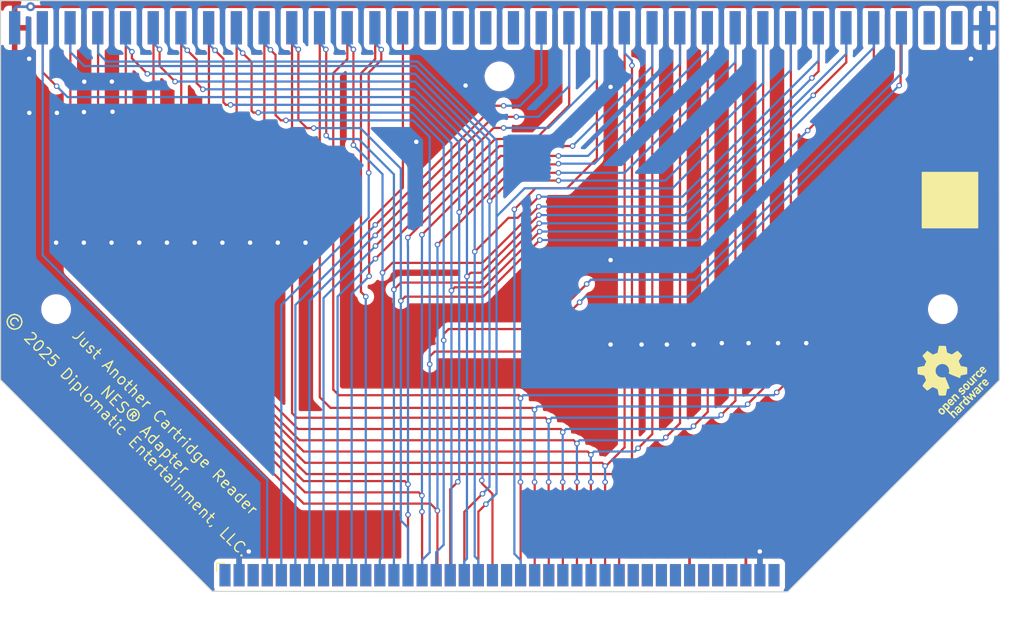
<source format=kicad_pcb>
(kicad_pcb (version 20241229) (generator "pcbnew") (generator_version "9.0")
  (title_block (title "NES Adapter - Just Another Cartridge Reader") (date "2025-10-22") (company "Diplomatic Entertainment, LLC.") (comment 1 "CC BY 4.0"))
  (layers (0 "F.Cu" signal) (2 "B.Cu" signal) (13 "F.Paste" user) (15 "B.Paste" user) (5 "F.SilkS" user "F.Silkscreen") (7 "B.SilkS" user "B.Silkscreen") (1 "F.Mask" user) (3 "B.Mask" user) (25 "Edge.Cuts" user))
  (net 0 "")
  (net 1 "+5V")
  (net 2 "GND")
  (net 3 "D27")
  (net 5 "A0")
  (net 7 "A1")
  (net 9 "A2")
  (net 11 "A3")
  (net 13 "A4")
  (net 15 "A5")
  (net 17 "A6")
  (net 19 "A7")
  (net 21 "A8")
  (net 23 "A9")
  (net 24 "D22")
  (net 25 "A10")
  (net 26 "D23")
  (net 27 "A11")
  (net 28 "D24")
  (net 29 "A12")
  (net 30 "D25")
  (net 31 "A13")
  (net 32 "D26")
  (net 33 "A14")
  (net 34 "A15")
  (net 35 "D28")
  (net 39 "D49")
  (net 40 "D35")
  (net 41 "D48")
  (net 43 "D47")
  (net 45 "D46")
  (net 47 "D45")
  (net 49 "D44")
  (net 51 "D43")
  (net 53 "D42")
  (net 63 "CLK0")
  (footprint "MountingHole:MountingHole_2.2mm_M2_ISO7380" (layer "F.Cu") (at 190 128)
    (property "Reference" "REF**" (hide yes))
    (property "Value" "MountingHole_2.2mm_M2_ISO7380" (hide yes))
  )
  (footprint "MountingHole:MountingHole_2.2mm_M2_ISO7380" (layer "F.Cu") (at 150 107)
    (property "Reference" "REF**" (hide yes))
    (property "Value" "MountingHole_2.2mm_M2_ISO7380" (hide yes))
  )
  (footprint "MountingHole:MountingHole_2.2mm_M2_ISO7380" (layer "F.Cu") (at 110 128)
    (property "Reference" "REF**" (hide yes))
    (property "Value" "MountingHole_2.2mm_M2_ISO7380" (hide yes))
  )
  (footprint "Nintendo:NES_Cartridge_Connector_72PIN_2.5mm_CardEdge" (layer "F.Cu") (at 150.01 102.62 90)
    (property "Reference" "J3" (hide yes))
    (property "Value" "NES_CartidgeSlot")
  )
  (footprint "JLCPCB:2D Barcode 5mm" (layer "F.Cu") (at 190.64 118.16)
    (property "Reference" "BAR***" (hide yes))
    (property "Value" "2D Barcode 5mm")
  )
  (footprint "Symbol:OSHW-Logo_5.7x6mm_SilkScreen" (layer "F.Cu") (at 190.5 134.112 45)
    (property "Reference" "REF**" (hide yes))
    (property "Value" "OSHW-Logo_5.7x6mm_SilkScreen" (hide yes))
  )
  (footprint "DiplomaticEntertainment:JACR Cartridge Connector" (layer "F.Cu") (at 150 150)
    (property "Reference" "J1" (hide yes))
    (property "Value" "JACR CARTRIDGE ADAPTER")
  )
  (gr_line (start 195.071979 100.158342) (end 195.091883 134.408117) (stroke (width 0.1)) (layer "Edge.Cuts"))
  (gr_line (start 104.987117 100.160434) (end 104.987117 134.366162) (stroke (width 0.1)) (layer "Edge.Cuts"))
  (gr_line (start 176 153.5) (end 124.079 153.458045) (stroke (width 0.1)) (layer "Edge.Cuts"))
  (gr_line (start 176 153.5) (end 195.091883 134.408117) (stroke (width 0.1)) (layer "Edge.Cuts"))
  (gr_line (start 124.079 153.458045) (end 104.987117 134.366162) (stroke (width 0.1)) (layer "Edge.Cuts"))
  (gr_line (start 195.067115 100.160434) (end 104.987117 100.160434) (stroke (width 0.1)) (layer "Edge.Cuts"))
  (gr_text "© 2025 Diplomatic Entertainment, LLC." (at 105.156 128.905 315) (layer "F.SilkS") (effects (font (size 1 1) (thickness 0.125)) (justify left bottom)))
  (gr_text "NES^{®} Adapter" (at 113.792 135.509 315) (layer "F.SilkS") (effects (font (size 1 1) (thickness 0.125)) (justify left bottom)))
  (gr_text "Just Another Cartridge Reader" (at 111.252 130.429 315) (layer "F.SilkS") (effects (font (size 1 1) (thickness 0.125)) (justify left bottom)))
  (segment (start 172.225 149.212) (end 193.785 127.652) (width 0.25) (layer "F.Cu") (net 1))
  (segment (start 172.225 152) (end 172.225 149.212) (width 0.25) (layer "F.Cu") (net 1))
  (segment (start 193.785 127.652) (end 193.785 102.616) (width 0.25) (layer "F.Cu") (net 1))
  (segment (start 193.785 102.616) (end 193.669 102.5) (width 0.25) (layer "F.Cu") (net 1))
  (via (at 115 122) (size 0.8) (drill 0.4) (layers "F.Cu" "B.Cu") (net 2))
  (via (at 165.1 131.191) (size 0.8) (drill 0.4) (layers "F.Cu" "B.Cu") (net 2))
  (via (at 122.5 122) (size 0.8) (drill 0.4) (layers "F.Cu" "B.Cu") (net 2))
  (via (at 132.5 122) (size 0.8) (drill 0.4) (layers "F.Cu" "B.Cu") (net 2))
  (via (at 160.02 123.571) (size 0.8) (drill 0.4) (layers "F.Cu" "B.Cu") (net 2))
  (via (at 170.053 131.064) (size 0.8) (drill 0.4) (layers "F.Cu" "B.Cu") (net 2))
  (via (at 175.133 131.064) (size 0.8) (drill 0.4) (layers "F.Cu" "B.Cu") (net 2))
  (via (at 142.494 112.903) (size 0.8) (drill 0.4) (layers "F.Cu" "B.Cu") (net 2))
  (via (at 177.673 131.064) (size 0.8) (drill 0.4) (layers "F.Cu" "B.Cu") (net 2))
  (via (at 117.5 122) (size 0.8) (drill 0.4) (layers "F.Cu" "B.Cu") (net 2))
  (via (at 107.58 110.29) (size 0.8) (drill 0.4) (layers "F.Cu" "B.Cu") (net 2))
  (via (at 172.466 131.064) (size 0.8) (drill 0.4) (layers "F.Cu" "B.Cu") (net 2))
  (via (at 167.513 131.191) (size 0.8) (drill 0.4) (layers "F.Cu" "B.Cu") (net 2))
  (via (at 160.02 131.191) (size 0.8) (drill 0.4) (layers "F.Cu" "B.Cu") (net 2))
  (via (at 110 122) (size 0.8) (drill 0.4) (layers "F.Cu" "B.Cu") (net 2))
  (via (at 107.569 105.41) (size 0.8) (drill 0.4) (layers "F.Cu" "B.Cu") (net 2))
  (via (at 112.5 122) (size 0.8) (drill 0.4) (layers "F.Cu" "B.Cu") (net 2))
  (via (at 127.381 149.86) (size 0.8) (drill 0.4) (layers "F.Cu" "B.Cu") (net 2))
  (via (at 127.5 122) (size 0.8) (drill 0.4) (layers "F.Cu" "B.Cu") (net 2))
  (via (at 120 122) (size 0.8) (drill 0.4) (layers "F.Cu" "B.Cu") (net 2))
  (via (at 146.939 107.823) (size 0.8) (drill 0.4) (layers "F.Cu" "B.Cu") (net 2))
  (via (at 130 122) (size 0.8) (drill 0.4) (layers "F.Cu" "B.Cu") (net 2))
  (via (at 115.03 107.47) (size 0.8) (drill 0.4) (layers "F.Cu" "B.Cu") (net 2))
  (via (at 112.54 107.48) (size 0.8) (drill 0.4) (layers "F.Cu" "B.Cu") (net 2))
  (via (at 125 122) (size 0.8) (drill 0.4) (layers "F.Cu" "B.Cu") (net 2))
  (via (at 160.02 107.95) (size 0.8) (drill 0.4) (layers "F.Cu" "B.Cu") (net 2))
  (via (at 112.51 110.22) (size 0.8) (drill 0.4) (layers "F.Cu" "B.Cu") (net 2))
  (via (at 115.09 110.19) (size 0.8) (drill 0.4) (layers "F.Cu" "B.Cu") (net 2))
  (via (at 192.532 105.41) (size 0.8) (drill 0.4) (layers "F.Cu" "B.Cu") (net 2))
  (via (at 173.482 149.86) (size 0.8) (drill 0.4) (layers "F.Cu" "B.Cu") (net 2))
  (via (at 162.814 131.191) (size 0.8) (drill 0.4) (layers "F.Cu" "B.Cu") (net 2))
  (via (at 110.07 110.29) (size 0.8) (drill 0.4) (layers "F.Cu" "B.Cu") (net 2))
  (segment (start 148.76925 145.59425) (end 148.095 146.2685) (width 0.2) (layer "F.Cu") (net 3))
  (segment (start 148.095 146.2685) (end 148.095 152) (width 0.2) (layer "F.Cu") (net 3))
  (via (at 148.76925 145.59425) (size 0.5) (drill 0.3) (layers "F.Cu" "B.Cu") (net 3))
  (segment (start 176.276 106.426) (end 176.276 102.625) (width 0.2) (layer "B.Cu") (net 3))
  (segment (start 152.273 117.094) (end 165.608 117.094) (width 0.2) (layer "B.Cu") (net 3))
  (segment (start 113.785 104.895) (end 113.785 102.616) (width 0.2) (layer "B.Cu") (net 3))
  (segment (start 149.733 119.634) (end 152.273 117.094) (width 0.2) (layer "B.Cu") (net 3))
  (segment (start 165.608 117.094) (end 176.276 106.426) (width 0.2) (layer "B.Cu") (net 3))
  (segment (start 176.276 102.625) (end 176.285 102.616) (width 0.2) (layer "B.Cu") (net 3))
  (segment (start 149.733 112.776) (end 142.621 105.664) (width 0.2) (layer "B.Cu") (net 3))
  (segment (start 142.621 105.664) (end 114.554 105.664) (width 0.2) (layer "B.Cu") (net 3))
  (segment (start 148.76925 145.59425) (end 149.733 144.6305) (width 0.2) (layer "B.Cu") (net 3))
  (segment (start 114.554 105.664) (end 113.785 104.895) (width 0.2) (layer "B.Cu") (net 3))
  (segment (start 149.733 144.6305) (end 149.733 112.776) (width 0.2) (layer "B.Cu") (net 3))
  (segment (start 108.785 102.616) (end 108.785 123.136) (width 0.2) (layer "B.Cu") (net 5))
  (segment (start 108.785 123.136) (end 129.045 143.396) (width 0.2) (layer "B.Cu") (net 5))
  (segment (start 129.045 143.396) (end 129.045 152) (width 0.2) (layer "B.Cu") (net 5))
  (segment (start 139.333738 105.522262) (end 138.2 106.656) (width 0.2) (layer "F.Cu") (net 7))
  (segment (start 139.333738 104.58424) (end 139.333738 105.522262) (width 0.2) (layer "F.Cu") (net 7))
  (segment (start 138.2 106.656) (end 138.2 115.697) (width 0.2) (layer "F.Cu") (net 7))
  (via (at 138.2 115.697) (size 0.5) (drill 0.3) (layers "F.Cu" "B.Cu") (net 7))
  (via (at 139.333738 104.58424) (size 0.5) (drill 0.3) (layers "F.Cu" "B.Cu") (net 7))
  (segment (start 138.2 115.697) (end 138.2 119.737) (width 0.2) (layer "B.Cu") (net 7))
  (segment (start 138.785 104.035502) (end 138.785 102.616) (width 0.2) (layer "B.Cu") (net 7))
  (segment (start 130.315 127.622) (end 130.315 152) (width 0.2) (layer "B.Cu") (net 7))
  (segment (start 138.2 119.737) (end 130.315 127.622) (width 0.2) (layer "B.Cu") (net 7))
  (segment (start 139.333738 104.58424) (end 138.785 104.035502) (width 0.2) (layer "B.Cu") (net 7))
  (segment (start 138.7895 120.396) (end 138.811 120.396) (width 0.2) (layer "F.Cu") (net 9))
  (segment (start 138.811 120.396) (end 149.558009 109.648991) (width 0.2) (layer "F.Cu") (net 9))
  (segment (start 149.558009 109.648991) (end 150.368 109.648991) (width 0.2) (layer "F.Cu") (net 9))
  (via (at 150.368 109.648991) (size 0.5) (drill 0.3) (layers "F.Cu" "B.Cu") (net 9))
  (via (at 138.7895 120.396) (size 0.5) (drill 0.3) (layers "F.Cu" "B.Cu") (net 9))
  (segment (start 153.785 107.708) (end 153.785 102.616) (width 0.2) (layer "B.Cu") (net 9))
  (segment (start 138.7895 120.396) (end 138.7475 120.438) (width 0.2) (layer "B.Cu") (net 9))
  (segment (start 138.7475 120.438) (end 138.7475 120.4595) (width 0.2) (layer "B.Cu") (net 9))
  (segment (start 138.7475 120.4595) (end 131.585 127.622) (width 0.2) (layer "B.Cu") (net 9))
  (segment (start 151.844009 109.648991) (end 153.785 107.708) (width 0.2) (layer "B.Cu") (net 9))
  (segment (start 131.585 127.622) (end 131.585 152) (width 0.2) (layer "B.Cu") (net 9))
  (segment (start 150.368 109.648991) (end 151.844009 109.648991) (width 0.2) (layer "B.Cu") (net 9))
  (segment (start 138.7895 121.3485) (end 138.7895 121.3065) (width 0.2) (layer "F.Cu") (net 11))
  (segment (start 149.447006 110.648994) (end 151.511 110.648994) (width 0.2) (layer "F.Cu") (net 11))
  (segment (start 138.7895 121.3065) (end 149.447006 110.648994) (width 0.2) (layer "F.Cu") (net 11))
  (via (at 138.7895 121.3485) (size 0.5) (drill 0.3) (layers "F.Cu" "B.Cu") (net 11))
  (via (at 151.511 110.648994) (size 0.5) (drill 0.3) (layers "F.Cu" "B.Cu") (net 11))
  (segment (start 132.855 127.241) (end 132.855 152) (width 0.2) (layer "B.Cu") (net 11))
  (segment (start 156.285 107.875) (end 156.285 102.616) (width 0.2) (layer "B.Cu") (net 11))
  (segment (start 138.7475 121.3485) (end 132.855 127.241) (width 0.2) (layer "B.Cu") (net 11))
  (segment (start 151.511 110.648994) (end 153.511006 110.648994) (width 0.2) (layer "B.Cu") (net 11))
  (segment (start 138.7895 121.3485) (end 138.7475 121.3485) (width 0.2) (layer "B.Cu") (net 11))
  (segment (start 153.511006 110.648994) (end 156.285 107.875) (width 0.2) (layer "B.Cu") (net 11))
  (segment (start 149.463003 111.648997) (end 150.368 111.648997) (width 0.2) (layer "F.Cu") (net 13))
  (segment (start 138.811 122.301) (end 149.463003 111.648997) (width 0.2) (layer "F.Cu") (net 13))
  (via (at 150.368 111.648997) (size 0.5) (drill 0.3) (layers "F.Cu" "B.Cu") (net 13))
  (via (at 138.811 122.301) (size 0.5) (drill 0.3) (layers "F.Cu" "B.Cu") (net 13))
  (segment (start 134.125 126.987) (end 134.125 152) (width 0.2) (layer "B.Cu") (net 13))
  (segment (start 154.416003 111.648997) (end 158.785 107.28) (width 0.2) (layer "B.Cu") (net 13))
  (segment (start 138.811 122.301) (end 134.125 126.987) (width 0.2) (layer "B.Cu") (net 13))
  (segment (start 158.785 107.28) (end 158.785 102.616) (width 0.2) (layer "B.Cu") (net 13))
  (segment (start 150.368 111.648997) (end 154.416003 111.648997) (width 0.2) (layer "B.Cu") (net 13))
  (segment (start 156.285 109.616) (end 156.285 102.616) (width 0.2) (layer "F.Cu") (net 15))
  (segment (start 138.811 123.444) (end 149.606 112.649) (width 0.2) (layer "F.Cu") (net 15))
  (segment (start 153.252 112.649) (end 156.285 109.616) (width 0.2) (layer "F.Cu") (net 15))
  (segment (start 149.606 112.649) (end 153.252 112.649) (width 0.2) (layer "F.Cu") (net 15))
  (via (at 138.811 123.444) (size 0.5) (drill 0.3) (layers "F.Cu" "B.Cu") (net 15))
  (segment (start 138.811 123.444) (end 137.9495 124.3055) (width 0.2) (layer "B.Cu") (net 15))
  (segment (start 137.93878 124.3055) (end 137.5135 124.73078) (width 0.2) (layer "B.Cu") (net 15))
  (segment (start 135.395 126.86) (end 135.395 152) (width 0.2) (layer "B.Cu") (net 15))
  (segment (start 137.5135 124.73078) (end 137.5135 124.7415) (width 0.2) (layer "B.Cu") (net 15))
  (segment (start 137.9495 124.3055) (end 137.93878 124.3055) (width 0.2) (layer "B.Cu") (net 15))
  (segment (start 137.5135 124.7415) (end 135.395 126.86) (width 0.2) (layer "B.Cu") (net 15))
  (segment (start 141.285 117.033) (end 141.285 102.616) (width 0.2) (layer "F.Cu") (net 17))
  (segment (start 138.2395 125.0315) (end 138.2395 120.0785) (width 0.2) (layer "F.Cu") (net 17))
  (segment (start 138.2395 120.0785) (end 141.285 117.033) (width 0.2) (layer "F.Cu") (net 17))
  (via (at 138.2395 125.0315) (size 0.5) (drill 0.3) (layers "F.Cu" "B.Cu") (net 17))
  (segment (start 136.665 126.606) (end 136.665 152) (width 0.2) (layer "B.Cu") (net 17))
  (segment (start 138.2395 125.0315) (end 136.665 126.606) (width 0.2) (layer "B.Cu") (net 17))
  (segment (start 138.785 104.353746) (end 138.785 102.616) (width 0.2) (layer "F.Cu") (net 19))
  (segment (start 137.5 106.721) (end 138.785 105.436) (width 0.2) (layer "F.Cu") (net 19))
  (segment (start 137.5 126.438) (end 137.5 106.721) (width 0.2) (layer "F.Cu") (net 19))
  (segment (start 138.782738 104.812472) (end 138.782738 104.356008) (width 0.2) (layer "F.Cu") (net 19))
  (segment (start 138.782738 104.356008) (end 138.785 104.353746) (width 0.2) (layer "F.Cu") (net 19))
  (segment (start 138.785 105.436) (end 138.785 104.814734) (width 0.2) (layer "F.Cu") (net 19))
  (segment (start 137.935 126.873) (end 137.5 126.438) (width 0.2) (layer "F.Cu") (net 19))
  (segment (start 138.785 104.814734) (end 138.782738 104.812472) (width 0.2) (layer "F.Cu") (net 19))
  (via (at 137.935 126.873) (size 0.5) (drill 0.3) (layers "F.Cu" "B.Cu") (net 19))
  (segment (start 137.935 126.873) (end 137.935 152) (width 0.2) (layer "B.Cu") (net 19))
  (segment (start 178.181 107.1425) (end 178.785 106.5385) (width 0.2) (layer "F.Cu") (net 21))
  (segment (start 139.446 124.714) (end 140.335 123.825) (width 0.2) (layer "F.Cu") (net 21))
  (segment (start 148.463 123.825) (end 153.543 118.745) (width 0.2) (layer "F.Cu") (net 21))
  (segment (start 178.785 106.5385) (end 178.785 102.616) (width 0.2) (layer "F.Cu") (net 21))
  (segment (start 136.821 113.199) (end 136.821 104.566002) (width 0.2) (layer "F.Cu") (net 21))
  (segment (start 140.335 123.825) (end 148.463 123.825) (width 0.2) (layer "F.Cu") (net 21))
  (via (at 153.543 118.745) (size 0.5) (drill 0.3) (layers "F.Cu" "B.Cu") (net 21))
  (via (at 178.181 107.1425) (size 0.5) (drill 0.3) (layers "F.Cu" "B.Cu") (net 21))
  (via (at 136.821 104.566002) (size 0.5) (drill 0.3) (layers "F.Cu" "B.Cu") (net 21))
  (via (at 136.821 113.199) (size 0.5) (drill 0.3) (layers "F.Cu" "B.Cu") (net 21))
  (via (at 139.446 124.714) (size 0.5) (drill 0.3) (layers "F.Cu" "B.Cu") (net 21))
  (segment (start 136.821 113.199) (end 139.446 115.824) (width 0.2) (layer "B.Cu") (net 21))
  (segment (start 139.429768 121.666) (end 139.446 121.666) (width 0.2) (layer "B.Cu") (net 21))
  (segment (start 178.181 107.1425) (end 166.5785 118.745) (width 0.2) (layer "B.Cu") (net 21))
  (segment (start 139.446 150.368) (end 139.205 150.609) (width 0.2) (layer "B.Cu") (net 21))
  (segment (start 166.5785 118.745) (end 153.543 118.745) (width 0.2) (layer "B.Cu") (net 21))
  (segment (start 139.205 150.609) (end 139.205 152) (width 0.2) (layer "B.Cu") (net 21))
  (segment (start 136.285 104.030002) (end 136.285 102.616) (width 0.2) (layer "B.Cu") (net 21))
  (segment (start 139.446 121.649768) (end 139.429768 121.666) (width 0.2) (layer "B.Cu") (net 21))
  (segment (start 139.446 121.666) (end 139.446 150.368) (width 0.2) (layer "B.Cu") (net 21))
  (segment (start 136.821 104.566002) (end 136.285 104.030002) (width 0.2) (layer "B.Cu") (net 21))
  (segment (start 139.446 115.824) (end 139.446 121.649768) (width 0.2) (layer "B.Cu") (net 21))
  (segment (start 148.240636 125.603) (end 141.104 125.603) (width 0.2) (layer "F.Cu") (net 23))
  (segment (start 141.104 125.603) (end 140.469 126.238) (width 0.2) (layer "F.Cu") (net 23))
  (segment (start 181.285 105.735) (end 181.285 102.616) (width 0.2) (layer "F.Cu") (net 23))
  (segment (start 153.584326 120.25931) (end 148.240636 125.603) (width 0.2) (layer "F.Cu") (net 23))
  (segment (start 134.366 104.597002) (end 134.335 104.566002) (width 0.2) (layer "F.Cu") (net 23))
  (segment (start 134.366 112.334) (end 134.366 104.597002) (width 0.2) (layer "F.Cu") (net 23))
  (segment (start 178.308 108.712) (end 181.285 105.735) (width 0.2) (layer "F.Cu") (net 23))
  (via (at 140.469 126.238) (size 0.5) (drill 0.3) (layers "F.Cu" "B.Cu") (net 23))
  (via (at 134.335 104.566002) (size 0.5) (drill 0.3) (layers "F.Cu" "B.Cu") (net 23))
  (via (at 178.308 108.712) (size 0.5) (drill 0.3) (layers "F.Cu" "B.Cu") (net 23))
  (via (at 153.584326 120.25931) (size 0.5) (drill 0.3) (layers "F.Cu" "B.Cu") (net 23))
  (via (at 134.366 112.334) (size 0.5) (drill 0.3) (layers "F.Cu" "B.Cu") (net 23))
  (segment (start 133.785 104.025) (end 133.785 102.616) (width 0.2) (layer "B.Cu") (net 23))
  (segment (start 134.681 112.649) (end 137.287 112.649) (width 0.2) (layer "B.Cu") (net 23))
  (segment (start 166.76069 120.25931) (end 153.584326 120.25931) (width 0.2) (layer "B.Cu") (net 23))
  (segment (start 134.366 112.334) (end 134.681 112.649) (width 0.2) (layer "B.Cu") (net 23))
  (segment (start 178.308 108.712) (end 166.76069 120.25931) (width 0.2) (layer "B.Cu") (net 23))
  (segment (start 140.475 115.837) (end 140.475 152) (width 0.2) (layer "B.Cu") (net 23))
  (segment (start 137.287 112.649) (end 140.475 115.837) (width 0.2) (layer "B.Cu") (net 23))
  (segment (start 134.335 104.566002) (end 134.326002 104.566002) (width 0.2) (layer "B.Cu") (net 23))
  (segment (start 134.326002 104.566002) (end 133.785 104.025) (width 0.2) (layer "B.Cu") (net 23))
  (segment (start 149.987 113.284) (end 141.732 121.539) (width 0.2) (layer "F.Cu") (net 24))
  (segment (start 141.454 143.51) (end 132.334 143.51) (width 0.2) (layer "F.Cu") (net 24))
  (segment (start 132.334 143.51) (end 116.285 127.461) (width 0.2) (layer "F.Cu") (net 24))
  (segment (start 141.745 143.801) (end 141.454 143.51) (width 0.2) (layer "F.Cu") (net 24))
  (segment (start 116.285 127.461) (end 116.285 102.616) (width 0.2) (layer "F.Cu") (net 24))
  (segment (start 156.591 113.284) (end 149.987 113.284) (width 0.2) (layer "F.Cu") (net 24))
  (segment (start 141.745 146.545) (end 141.745 152) (width 0.2) (layer "F.Cu") (net 24))
  (via (at 141.745 146.545) (size 0.5) (drill 0.3) (layers "F.Cu" "B.Cu") (net 24))
  (via (at 141.745 143.801) (size 0.5) (drill 0.3) (layers "F.Cu" "B.Cu") (net 24))
  (via (at 156.591 113.284) (size 0.5) (drill 0.3) (layers "F.Cu" "B.Cu") (net 24))
  (via (at 141.732 121.539) (size 0.5) (drill 0.3) (layers "F.Cu" "B.Cu") (net 24))
  (segment (start 141.732 122.301) (end 141.745 122.314) (width 0.2) (layer "B.Cu") (net 24))
  (segment (start 141.745 143.801) (end 141.745 146.545) (width 0.2) (layer "B.Cu") (net 24))
  (segment (start 163.785 106.09) (end 163.785 102.616) (width 0.2) (layer "B.Cu") (net 24))
  (segment (start 156.591 113.284) (end 163.785 106.09) (width 0.2) (layer "B.Cu") (net 24))
  (segment (start 141.732 121.539) (end 141.732 122.301) (width 0.2) (layer "B.Cu") (net 24))
  (segment (start 141.745 122.314) (end 141.745 143.801) (width 0.2) (layer "B.Cu") (net 24))
  (segment (start 131.854364 104.560624) (end 131.854364 110.899364) (width 0.2) (layer "F.Cu") (net 25))
  (segment (start 183.769 105.918) (end 183.769 102.632) (width 0.2) (layer "F.Cu") (net 25))
  (segment (start 141.478 126.873) (end 141.097 127.254) (width 0.2) (layer "F.Cu") (net 25))
  (segment (start 148.526273 126.873) (end 141.478 126.873) (width 0.2) (layer "F.Cu") (net 25))
  (segment (start 132.621 111.666) (end 133.235 111.666) (width 0.2) (layer "F.Cu") (net 25))
  (segment (start 177.8 111.887) (end 183.769 105.918) (width 0.2) (layer "F.Cu") (net 25))
  (segment (start 183.769 102.632) (end 183.785 102.616) (width 0.2) (layer "F.Cu") (net 25))
  (segment (start 131.854364 110.899364) (end 132.621 111.666) (width 0.2) (layer "F.Cu") (net 25))
  (segment (start 153.635946 121.763327) (end 148.526273 126.873) (width 0.2) (layer "F.Cu") (net 25))
  (via (at 153.635946 121.763327) (size 0.5) (drill 0.3) (layers "F.Cu" "B.Cu") (net 25))
  (via (at 141.097 127.254) (size 0.5) (drill 0.3) (layers "F.Cu" "B.Cu") (net 25))
  (via (at 133.235 111.666) (size 0.5) (drill 0.3) (layers "F.Cu" "B.Cu") (net 25))
  (via (at 177.8 111.887) (size 0.5) (drill 0.3) (layers "F.Cu" "B.Cu") (net 25))
  (via (at 131.854364 104.560624) (size 0.5) (drill 0.3) (layers "F.Cu" "B.Cu") (net 25))
  (segment (start 131.854364 104.560624) (end 131.780624 104.560624) (width 0.2) (layer "B.Cu") (net 25))
  (segment (start 137.447 111.666) (end 141.097 115.316) (width 0.2) (layer "B.Cu") (net 25))
  (segment (start 177.8 111.887) (end 167.923673 121.763327) (width 0.2) (layer "B.Cu") (net 25))
  (segment (start 141.097 147.066) (end 141.745 147.714) (width 0.2) (layer "B.Cu") (net 25))
  (segment (start 133.235 111.666) (end 137.447 111.666) (width 0.2) (layer "B.Cu") (net 25))
  (segment (start 131.285 104.065) (end 131.285 102.616) (width 0.2) (layer "B.Cu") (net 25))
  (segment (start 141.745 147.714) (end 141.745 152) (width 0.2) (layer "B.Cu") (net 25))
  (segment (start 131.780624 104.560624) (end 131.285 104.065) (width 0.2) (layer "B.Cu") (net 25))
  (segment (start 141.097 115.316) (end 141.097 147.066) (width 0.2) (layer "B.Cu") (net 25))
  (segment (start 167.923673 121.763327) (end 153.635946 121.763327) (width 0.2) (layer "B.Cu") (net 25))
  (segment (start 143.015 146.28) (end 143.002 146.267) (width 0.2) (layer "F.Cu") (net 26))
  (segment (start 132.461 144.526) (end 113.785 125.85) (width 0.2) (layer "F.Cu") (net 26))
  (segment (start 155.321 114.173) (end 150.114 114.173) (width 0.2) (layer "F.Cu") (net 26))
  (segment (start 143.002 144.817) (end 142.711 144.526) (width 0.2) (layer "F.Cu") (net 26))
  (segment (start 150.114 114.173) (end 143.002 121.285) (width 0.2) (layer "F.Cu") (net 26))
  (segment (start 142.711 144.526) (end 132.461 144.526) (width 0.2) (layer "F.Cu") (net 26))
  (segment (start 143.015 152) (end 143.015 146.28) (width 0.2) (layer "F.Cu") (net 26))
  (segment (start 113.785 125.85) (end 113.785 102.616) (width 0.2) (layer "F.Cu") (net 26))
  (via (at 143.002 146.267) (size 0.5) (drill 0.3) (layers "F.Cu" "B.Cu") (net 26))
  (via (at 143.002 121.285) (size 0.5) (drill 0.3) (layers "F.Cu" "B.Cu") (net 26))
  (via (at 143.002 144.817) (size 0.5) (drill 0.3) (layers "F.Cu" "B.Cu") (net 26))
  (via (at 155.321 114.173) (size 0.5) (drill 0.3) (layers "F.Cu" "B.Cu") (net 26))
  (segment (start 166.285 105.876) (end 166.285 102.616) (width 0.2) (layer "B.Cu") (net 26))
  (segment (start 143.002 144.817) (end 143.002 121.285) (width 0.2) (layer "B.Cu") (net 26))
  (segment (start 143.002 144.817) (end 143.002 146.267) (width 0.2) (layer "B.Cu") (net 26))
  (segment (start 155.321 114.173) (end 157.988 114.173) (width 0.2) (layer "B.Cu") (net 26))
  (segment (start 157.988 114.173) (end 166.285 105.876) (width 0.2) (layer "B.Cu") (net 26))
  (segment (start 157.226 127.381) (end 152.781 131.826) (width 0.2) (layer "F.Cu") (net 27))
  (segment (start 129.335 104.600002) (end 129.794 105.059002) (width 0.2) (layer "F.Cu") (net 27))
  (segment (start 129.794 110.49) (end 130.27 110.966) (width 0.2) (layer "F.Cu") (net 27))
  (segment (start 144.145 131.826) (end 143.702 132.269) (width 0.2) (layer "F.Cu") (net 27))
  (segment (start 186.055 107.823) (end 186.182 107.696) (width 0.2) (layer "F.Cu") (net 27))
  (segment (start 152.781 131.826) (end 144.145 131.826) (width 0.2) (layer "F.Cu") (net 27))
  (segment (start 129.794 105.059002) (end 129.794 110.49) (width 0.2) (layer "F.Cu") (net 27))
  (segment (start 130.27 110.966) (end 130.735 110.966) (width 0.2) (layer "F.Cu") (net 27))
  (segment (start 186.182 107.696) (end 186.182 102.513) (width 0.2) (layer "F.Cu") (net 27))
  (segment (start 143.702 132.269) (end 143.702 132.969) (width 0.2) (layer "F.Cu") (net 27))
  (segment (start 186.182 102.513) (end 186.169 102.5) (width 0.2) (layer "F.Cu") (net 27))
  (via (at 143.702 132.969) (size 0.5) (drill 0.3) (layers "F.Cu" "B.Cu") (net 27))
  (via (at 129.335 104.600002) (size 0.5) (drill 0.3) (layers "F.Cu" "B.Cu") (net 27))
  (via (at 157.226 127.381) (size 0.5) (drill 0.3) (layers "F.Cu" "B.Cu") (net 27))
  (via (at 186.055 107.823) (size 0.5) (drill 0.3) (layers "F.Cu" "B.Cu") (net 27))
  (via (at 130.735 110.966) (size 0.5) (drill 0.3) (layers "F.Cu" "B.Cu") (net 27))
  (segment (start 129.335 104.600002) (end 128.785 104.050002) (width 0.2) (layer "B.Cu") (net 27))
  (segment (start 130.735 110.966) (end 142.208 110.966) (width 0.2) (layer "B.Cu") (net 27))
  (segment (start 143.015 150.635) (end 143.015 152) (width 0.2) (layer "B.Cu") (net 27))
  (segment (start 143.702 112.46) (end 143.702 132.969) (width 0.2) (layer "B.Cu") (net 27))
  (segment (start 157.734 126.873) (end 167.005 126.873) (width 0.2) (layer "B.Cu") (net 27))
  (segment (start 142.208 110.966) (end 143.702 112.46) (width 0.2) (layer "B.Cu") (net 27))
  (segment (start 128.785 104.050002) (end 128.785 102.616) (width 0.2) (layer "B.Cu") (net 27))
  (segment (start 157.226 127.381) (end 157.734 126.873) (width 0.2) (layer "B.Cu") (net 27))
  (segment (start 143.702 149.948) (end 143.015 150.635) (width 0.2) (layer "B.Cu") (net 27))
  (segment (start 143.702 132.969) (end 143.702 149.948) (width 0.2) (layer "B.Cu") (net 27))
  (segment (start 167.005 126.873) (end 186.055 107.823) (width 0.2) (layer "B.Cu") (net 27))
  (segment (start 144.285 152) (end 144.399 151.886) (width 0.2) (layer "F.Cu") (net 28))
  (segment (start 143.764 145.542) (end 132.334 145.542) (width 0.2) (layer "F.Cu") (net 28))
  (segment (start 111.285 124.493) (end 111.285 102.616) (width 0.2) (layer "F.Cu") (net 28))
  (segment (start 132.334 145.542) (end 111.285 124.493) (width 0.2) (layer "F.Cu") (net 28))
  (segment (start 144.403 122.174) (end 150.88 115.697) (width 0.2) (layer "F.Cu") (net 28))
  (segment (start 144.399 151.886) (end 144.399 146.177) (width 0.2) (layer "F.Cu") (net 28))
  (segment (start 150.88 115.697) (end 155.321 115.697) (width 0.2) (layer "F.Cu") (net 28))
  (segment (start 144.399 146.177) (end 143.764 145.542) (width 0.2) (layer "F.Cu") (net 28))
  (via (at 155.321 115.697) (size 0.5) (drill 0.3) (layers "F.Cu" "B.Cu") (net 28))
  (via (at 144.403 122.174) (size 0.5) (drill 0.3) (layers "F.Cu" "B.Cu") (net 28))
  (via (at 144.399 146.177) (size 0.5) (drill 0.3) (layers "F.Cu" "B.Cu") (net 28))
  (segment (start 144.403 146.173) (end 144.399 146.177) (width 0.2) (layer "B.Cu") (net 28))
  (segment (start 161.29 115.697) (end 171.285 105.702) (width 0.2) (layer "B.Cu") (net 28))
  (segment (start 155.321 115.697) (end 161.29 115.697) (width 0.2) (layer "B.Cu") (net 28))
  (segment (start 144.403 122.174) (end 144.403 146.173) (width 0.2) (layer "B.Cu") (net 28))
  (segment (start 171.285 105.702) (end 171.285 102.616) (width 0.2) (layer "B.Cu") (net 28))
  (segment (start 127.635 110.109) (end 127.792 110.266) (width 0.2) (layer "F.Cu") (net 29))
  (segment (start 127.635 105.702) (end 127.635 110.109) (width 0.2) (layer "F.Cu") (net 29))
  (segment (start 145.415 129.794) (end 144.963 130.246) (width 0.2) (layer "F.Cu") (net 29))
  (segment (start 144.963 130.246) (end 144.963 130.81) (width 0.2) (layer "F.Cu") (net 29))
  (segment (start 157.861 125.73) (end 153.797 129.794) (width 0.2) (layer "F.Cu") (net 29))
  (segment (start 126.835 104.902) (end 127.635 105.702) (width 0.2) (layer "F.Cu") (net 29))
  (segment (start 127.792 110.266) (end 128.235 110.266) (width 0.2) (layer "F.Cu") (net 29))
  (segment (start 153.797 129.794) (end 145.415 129.794) (width 0.2) (layer "F.Cu") (net 29))
  (via (at 126.835 104.902) (size 0.5) (drill 0.3) (layers "F.Cu" "B.Cu") (net 29))
  (via (at 128.235 110.266) (size 0.5) (drill 0.3) (layers "F.Cu" "B.Cu") (net 29))
  (via (at 157.861 125.73) (size 0.5) (drill 0.3) (layers "F.Cu" "B.Cu") (net 29))
  (via (at 144.963 130.81) (size 0.5) (drill 0.3) (layers "F.Cu" "B.Cu") (net 29))
  (segment (start 129.591364 110.266) (end 142.143 110.266) (width 0.2) (layer "B.Cu") (net 29))
  (segment (start 144.963 149.2541) (end 144.285 149.9321) (width 0.2) (layer "B.Cu") (net 29))
  (segment (start 126.746 104.775) (end 126.285 104.314) (width 0.2) (layer "B.Cu") (net 29))
  (segment (start 129.009636 110.265) (end 129.590364 110.265) (width 0.2) (layer "B.Cu") (net 29))
  (segment (start 167.64 125.349) (end 186.285 106.704) (width 0.2) (layer "B.Cu") (net 29))
  (segment (start 126.746 104.813) (end 126.746 104.775) (width 0.2) (layer "B.Cu") (net 29))
  (segment (start 157.861 125.73) (end 158.242 125.349) (width 0.2) (layer "B.Cu") (net 29))
  (segment (start 129.590364 110.265) (end 129.591364 110.266) (width 0.2) (layer "B.Cu") (net 29))
  (segment (start 158.242 125.349) (end 167.64 125.349) (width 0.2) (layer "B.Cu") (net 29))
  (segment (start 144.285 149.9321) (end 144.285 152) (width 0.2) (layer "B.Cu") (net 29))
  (segment (start 128.235 110.266) (end 129.008636 110.266) (width 0.2) (layer "B.Cu") (net 29))
  (segment (start 186.285 106.704) (end 186.285 102.616) (width 0.2) (layer "B.Cu") (net 29))
  (segment (start 126.835 104.902) (end 126.746 104.813) (width 0.2) (layer "B.Cu") (net 29))
  (segment (start 142.143 110.266) (end 144.963 113.086) (width 0.2) (layer "B.Cu") (net 29))
  (segment (start 144.963 130.81) (end 144.963 149.2541) (width 0.2) (layer "B.Cu") (net 29))
  (segment (start 129.008636 110.266) (end 129.009636 110.265) (width 0.2) (layer "B.Cu") (net 29))
  (segment (start 144.963 113.086) (end 144.963 130.81) (width 0.2) (layer "B.Cu") (net 29))
  (segment (start 126.285 104.314) (end 126.285 102.616) (width 0.2) (layer "B.Cu") (net 29))
  (segment (start 108.785 106.626) (end 108.785 102.616) (width 0.2) (layer "F.Cu") (net 30))
  (segment (start 155.259003 114.935) (end 150.681 114.935) (width 0.2) (layer "F.Cu") (net 30))
  (segment (start 145.555 144.259) (end 145.555 152) (width 0.2) (layer "F.Cu") (net 30))
  (segment (start 155.321 114.873003) (end 155.259003 114.935) (width 0.2) (layer "F.Cu") (net 30))
  (segment (start 146.240238 143.573238) (end 145.930647 143.882829) (width 0.2) (layer "F.Cu") (net 30))
  (segment (start 145.930647 143.882829) (end 145.930647 143.883353) (width 0.2) (layer "F.Cu") (net 30))
  (segment (start 145.930647 143.883353) (end 145.555 144.259) (width 0.2) (layer "F.Cu") (net 30))
  (segment (start 110.0455 107.8865) (end 108.785 106.626) (width 0.2) (layer "F.Cu") (net 30))
  (segment (start 150.681 114.935) (end 146.363 119.253) (width 0.2) (layer "F.Cu") (net 30))
  (via (at 146.240238 143.573238) (size 0.5) (drill 0.3) (layers "F.Cu" "B.Cu") (net 30))
  (via (at 146.363 119.253) (size 0.5) (drill 0.3) (layers "F.Cu" "B.Cu") (net 30))
  (via (at 110.0455 107.8865) (size 0.5) (drill 0.3) (layers "F.Cu" "B.Cu") (net 30))
  (via (at 155.321 114.873003) (size 0.5) (drill 0.3) (layers "F.Cu" "B.Cu") (net 30))
  (segment (start 110.0455 107.8865) (end 111.025 108.866) (width 0.2) (layer "B.Cu") (net 30))
  (segment (start 155.321 114.873003) (end 158.557997 114.873003) (width 0.2) (layer "B.Cu") (net 30))
  (segment (start 111.025 108.866) (end 142.267 108.866) (width 0.2) (layer "B.Cu") (net 30))
  (segment (start 146.363 112.962) (end 146.363 119.253) (width 0.2) (layer "B.Cu") (net 30))
  (segment (start 158.557997 114.873003) (end 168.785 104.646) (width 0.2) (layer "B.Cu") (net 30))
  (segment (start 168.785 104.646) (end 168.785 102.616) (width 0.2) (layer "B.Cu") (net 30))
  (segment (start 146.363 143.450476) (end 146.240238 143.573238) (width 0.2) (layer "B.Cu") (net 30))
  (segment (start 142.267 108.866) (end 146.363 112.962) (width 0.2) (layer "B.Cu") (net 30))
  (segment (start 146.363 119.253) (end 146.363 143.450476) (width 0.2) (layer "B.Cu") (net 30))
  (segment (start 145.96 126.026) (end 148.595455 126.026) (width 0.2) (layer "F.Cu") (net 31))
  (segment (start 125.095 105.408) (end 125.095 109.347) (width 0.2) (layer "F.Cu") (net 31))
  (segment (start 125.095 109.347) (end 125.314 109.566) (width 0.2) (layer "F.Cu") (net 31))
  (segment (start 124.335 104.648) (end 125.095 105.408) (width 0.2) (layer "F.Cu") (net 31))
  (segment (start 148.595455 126.026) (end 153.623403 120.998052) (width 0.2) (layer "F.Cu") (net 31))
  (segment (start 125.314 109.566) (end 125.735 109.566) (width 0.2) (layer "F.Cu") (net 31))
  (segment (start 145.663 126.323) (end 145.96 126.026) (width 0.2) (layer "F.Cu") (net 31))
  (via (at 125.735 109.566) (size 0.5) (drill 0.3) (layers "F.Cu" "B.Cu") (net 31))
  (via (at 124.335 104.648) (size 0.5) (drill 0.3) (layers "F.Cu" "B.Cu") (net 31))
  (via (at 145.663 126.323) (size 0.5) (drill 0.3) (layers "F.Cu" "B.Cu") (net 31))
  (via (at 153.623403 120.998052) (size 0.5) (drill 0.3) (layers "F.Cu" "B.Cu") (net 31))
  (segment (start 145.664 127.255) (end 145.664 151.891) (width 0.2) (layer "B.Cu") (net 31))
  (segment (start 145.663 127.254) (end 145.664 127.255) (width 0.2) (layer "B.Cu") (net 31))
  (segment (start 123.785 104.1) (end 123.785 102.616) (width 0.2) (layer "B.Cu") (net 31))
  (segment (start 126.509636 109.565) (end 127.090364 109.565) (width 0.2) (layer "B.Cu") (net 31))
  (segment (start 167.164948 120.998052) (end 183.785 104.378) (width 0.2) (layer "B.Cu") (net 31))
  (segment (start 145.664 151.891) (end 145.555 152) (width 0.2) (layer "B.Cu") (net 31))
  (segment (start 153.623403 120.998052) (end 167.164948 120.998052) (width 0.2) (layer "B.Cu") (net 31))
  (segment (start 125.735 109.566) (end 126.508636 109.566) (width 0.2) (layer "B.Cu") (net 31))
  (segment (start 124.335 104.648) (end 124.333 104.648) (width 0.2) (layer "B.Cu") (net 31))
  (segment (start 145.663 113.024) (end 145.663 126.323) (width 0.2) (layer "B.Cu") (net 31))
  (segment (start 124.333 104.648) (end 123.785 104.1) (width 0.2) (layer "B.Cu") (net 31))
  (segment (start 127.090364 109.565) (end 127.091364 109.566) (width 0.2) (layer "B.Cu") (net 31))
  (segment (start 145.663 126.323) (end 145.663 127.254) (width 0.2) (layer "B.Cu") (net 31))
  (segment (start 183.785 104.378) (end 183.785 102.616) (width 0.2) (layer "B.Cu") (net 31))
  (segment (start 142.205 109.566) (end 145.663 113.024) (width 0.2) (layer "B.Cu") (net 31))
  (segment (start 126.508636 109.566) (end 126.509636 109.565) (width 0.2) (layer "B.Cu") (net 31))
  (segment (start 127.091364 109.566) (end 142.205 109.566) (width 0.2) (layer "B.Cu") (net 31))
  (segment (start 148.463 144.653) (end 146.825 146.291) (width 0.2) (layer "F.Cu") (net 32))
  (segment (start 146.825 146.291) (end 146.825 152) (width 0.2) (layer "F.Cu") (net 32))
  (segment (start 149.107909 118.246909) (end 150.957815 116.397003) (width 0.2) (layer "F.Cu") (net 32))
  (segment (start 150.957815 116.397003) (end 155.321 116.397003) (width 0.2) (layer "F.Cu") (net 32))
  (via (at 148.463 144.653) (size 0.5) (drill 0.3) (layers "F.Cu" "B.Cu") (net 32))
  (via (at 149.107909 118.246909) (size 0.5) (drill 0.3) (layers "F.Cu" "B.Cu") (net 32))
  (via (at 155.321 116.397003) (size 0.5) (drill 0.3) (layers "F.Cu" "B.Cu") (net 32))
  (segment (start 164.975897 116.397003) (end 173.785 107.5879) (width 0.2) (layer "B.Cu") (net 32))
  (segment (start 148.463 144.653) (end 149.098 144.018) (width 0.2) (layer "B.Cu") (net 32))
  (segment (start 173.785 107.5879) (end 173.785 102.616) (width 0.2) (layer "B.Cu") (net 32))
  (segment (start 155.321 116.397003) (end 164.975897 116.397003) (width 0.2) (layer "B.Cu") (net 32))
  (segment (start 112.542 106.065) (end 111.285 104.808) (width 0.2) (layer "B.Cu") (net 32))
  (segment (start 149.098 112.776) (end 142.387 106.065) (width 0.2) (layer "B.Cu") (net 32))
  (segment (start 111.285 104.808) (end 111.285 102.616) (width 0.2) (layer "B.Cu") (net 32))
  (segment (start 149.098 144.018) (end 149.098 112.776) (width 0.2) (layer "B.Cu") (net 32))
  (segment (start 142.387 106.065) (end 112.542 106.065) (width 0.2) (layer "B.Cu") (net 32))
  (segment (start 122.682 105.495) (end 122.682 107.612) (width 0.2) (layer "F.Cu") (net 33))
  (segment (start 122.682 107.612) (end 123.235 108.165) (width 0.2) (layer "F.Cu") (net 33))
  (segment (start 147.063 125.053) (end 147.402 124.714) (width 0.2) (layer "F.Cu") (net 33))
  (segment (start 148.351818 124.714) (end 153.550909 119.514909) (width 0.2) (layer "F.Cu") (net 33))
  (segment (start 147.402 124.714) (end 148.351818 124.714) (width 0.2) (layer "F.Cu") (net 33))
  (segment (start 121.835 104.648) (end 122.682 105.495) (width 0.2) (layer "F.Cu") (net 33))
  (via (at 121.835 104.648) (size 0.5) (drill 0.3) (layers "F.Cu" "B.Cu") (net 33))
  (via (at 147.063 125.053) (size 0.5) (drill 0.3) (layers "F.Cu" "B.Cu") (net 33))
  (via (at 123.235 108.165) (size 0.5) (drill 0.3) (layers "F.Cu" "B.Cu") (net 33))
  (via (at 153.550909 119.514909) (size 0.5) (drill 0.3) (layers "F.Cu" "B.Cu") (net 33))
  (segment (start 147.063 112.9) (end 147.063 125.053) (width 0.2) (layer "B.Cu") (net 33))
  (segment (start 142.328 108.165) (end 147.063 112.9) (width 0.2) (layer "B.Cu") (net 33))
  (segment (start 166.725859 119.514909) (end 181.285 104.955768) (width 0.2) (layer "B.Cu") (net 33))
  (segment (start 147.063 125.053) (end 147.063 150.508) (width 0.2) (layer "B.Cu") (net 33))
  (segment (start 123.235 108.165) (end 142.328 108.165) (width 0.2) (layer "B.Cu") (net 33))
  (segment (start 181.285 104.955768) (end 181.285 102.616) (width 0.2) (layer "B.Cu") (net 33))
  (segment (start 121.835 104.648) (end 121.285 104.098) (width 0.2) (layer "B.Cu") (net 33))
  (segment (start 147.063 150.508) (end 146.825 150.746) (width 0.2) (layer "B.Cu") (net 33))
  (segment (start 146.825 150.746) (end 146.825 152) (width 0.2) (layer "B.Cu") (net 33))
  (segment (start 121.285 104.098) (end 121.285 102.616) (width 0.2) (layer "B.Cu") (net 33))
  (segment (start 153.550909 119.514909) (end 166.725859 119.514909) (width 0.2) (layer "B.Cu") (net 33))
  (segment (start 147.763 122.809) (end 150.811 119.761) (width 0.2) (layer "F.Cu") (net 34))
  (segment (start 150.811 119.761) (end 151.638 119.761) (width 0.2) (layer "F.Cu") (net 34))
  (segment (start 151.638 119.761) (end 153.543 117.856) (width 0.2) (layer "F.Cu") (net 34))
  (segment (start 119.335 106.065) (end 120.735 107.465) (width 0.2) (layer "F.Cu") (net 34))
  (segment (start 119.335 104.566002) (end 119.335 106.065) (width 0.2) (layer "F.Cu") (net 34))
  (via (at 147.763 122.809) (size 0.5) (drill 0.3) (layers "F.Cu" "B.Cu") (net 34))
  (via (at 119.335 104.566002) (size 0.5) (drill 0.3) (layers "F.Cu" "B.Cu") (net 34))
  (via (at 120.735 107.465) (size 0.5) (drill 0.3) (layers "F.Cu" "B.Cu") (net 34))
  (via (at 153.543 117.856) (size 0.5) (drill 0.3) (layers "F.Cu" "B.Cu") (net 34))
  (segment (start 120.735 107.465) (end 142.39 107.465) (width 0.2) (layer "B.Cu") (net 34))
  (segment (start 153.543 117.856) (end 166.497 117.856) (width 0.2) (layer "B.Cu") (net 34))
  (segment (start 119.335 104.566002) (end 118.785 104.016002) (width 0.2) (layer "B.Cu") (net 34))
  (segment (start 147.763 122.809) (end 147.763 150.303) (width 0.2) (layer "B.Cu") (net 34))
  (segment (start 147.763 112.838) (end 147.763 122.809) (width 0.2) (layer "B.Cu") (net 34))
  (segment (start 147.763 150.303) (end 148.095 150.635) (width 0.2) (layer "B.Cu") (net 34))
  (segment (start 118.785 104.016002) (end 118.785 102.616) (width 0.2) (layer "B.Cu") (net 34))
  (segment (start 148.095 150.635) (end 148.095 152) (width 0.2) (layer "B.Cu") (net 34))
  (segment (start 178.785 105.568) (end 178.785 102.616) (width 0.2) (layer "B.Cu") (net 34))
  (segment (start 166.497 117.856) (end 178.785 105.568) (width 0.2) (layer "B.Cu") (net 34))
  (segment (start 142.39 107.465) (end 147.763 112.838) (width 0.2) (layer "B.Cu") (net 34))
  (segment (start 148.399386 143.700386) (end 149.365 144.666) (width 0.2) (layer "F.Cu") (net 35))
  (segment (start 148.399386 143.446386) (end 148.399386 143.700386) (width 0.2) (layer "F.Cu") (net 35))
  (segment (start 149.365 144.666) (end 149.365 152) (width 0.2) (layer "F.Cu") (net 35))
  (segment (start 116.835 104.775) (end 116.835 105.365) (width 0.2) (layer "F.Cu") (net 35))
  (segment (start 116.835 105.365) (end 118.235 106.765) (width 0.2) (layer "F.Cu") (net 35))
  (via (at 116.835 104.775) (size 0.5) (drill 0.3) (layers "F.Cu" "B.Cu") (net 35))
  (via (at 148.399386 143.446386) (size 0.5) (drill 0.3) (layers "F.Cu" "B.Cu") (net 35))
  (via (at 118.235 106.765) (size 0.5) (drill 0.3) (layers "F.Cu" "B.Cu") (net 35))
  (segment (start 116.665002 104.605002) (end 116.665002 104.600002) (width 0.2) (layer "B.Cu") (net 35))
  (segment (start 119.591364 106.765) (end 142.382088 106.765) (width 0.2) (layer "B.Cu") (net 35))
  (segment (start 119.590364 106.764) (end 119.591364 106.765) (width 0.2) (layer "B.Cu") (net 35))
  (segment (start 119.008636 106.765) (end 119.009636 106.764) (width 0.2) (layer "B.Cu") (net 35))
  (segment (start 116.285 104.22) (end 116.285 102.616) (width 0.2) (layer "B.Cu") (net 35))
  (segment (start 119.009636 106.764) (end 119.590364 106.764) (width 0.2) (layer "B.Cu") (net 35))
  (segment (start 118.235 106.765) (end 119.008636 106.765) (width 0.2) (layer "B.Cu") (net 35))
  (segment (start 148.463 112.845912) (end 148.463 143.382773) (width 0.2) (layer "B.Cu") (net 35))
  (segment (start 142.382088 106.765) (end 148.463 112.845912) (width 0.2) (layer "B.Cu") (net 35))
  (segment (start 116.665002 104.600002) (end 116.285 104.22) (width 0.2) (layer "B.Cu") (net 35))
  (segment (start 116.835 104.775) (end 116.665002 104.605002) (width 0.2) (layer "B.Cu") (net 35))
  (segment (start 148.463 143.382773) (end 148.399386 143.446386) (width 0.2) (layer "B.Cu") (net 35))
  (segment (start 151.905 152) (end 151.905 143.613) (width 0.2) (layer "F.Cu") (net 39))
  (segment (start 175.006 135.509) (end 176.285 134.23) (width 0.2) (layer "F.Cu") (net 39))
  (segment (start 151.892 136.054) (end 151.892 135.89) (width 0.2) (layer "F.Cu") (net 39))
  (segment (start 151.905 143.613) (end 151.892 143.6) (width 0.2) (layer "F.Cu") (net 39))
  (segment (start 135.001 106.7059) (end 136.271 105.4359) (width 0.2) (layer "F.Cu") (net 39))
  (segment (start 176.285 134.23) (end 176.285 102.616) (width 0.2) (layer "F.Cu") (net 39))
  (segment (start 135.509 135.763) (end 135.001 135.255) (width 0.2) (layer "F.Cu") (net 39))
  (segment (start 135.001 135.255) (end 135.001 106.7059) (width 0.2) (layer "F.Cu") (net 39))
  (segment (start 136.271 102.63) (end 136.285 102.616) (width 0.2) (layer "F.Cu") (net 39))
  (segment (start 151.892 135.89) (end 151.765 135.763) (width 0.2) (layer "F.Cu") (net 39))
  (segment (start 136.271 105.4359) (end 136.271 102.63) (width 0.2) (layer "F.Cu") (net 39))
  (segment (start 151.765 135.763) (end 135.509 135.763) (width 0.2) (layer "F.Cu") (net 39))
  (via (at 151.892 143.6) (size 0.5) (drill 0.3) (layers "F.Cu" "B.Cu") (net 39))
  (via (at 151.892 136.054) (size 0.5) (drill 0.3) (layers "F.Cu" "B.Cu") (net 39))
  (via (at 175.006 135.509) (size 0.5) (drill 0.3) (layers "F.Cu" "B.Cu") (net 39))
  (segment (start 151.892 136.017) (end 152.146 135.763) (width 0.2) (layer "B.Cu") (net 39))
  (segment (start 174.752 135.763) (end 175.006 135.509) (width 0.2) (layer "B.Cu") (net 39))
  (segment (start 151.892 136.054) (end 151.892 143.6) (width 0.2) (layer "B.Cu") (net 39))
  (segment (start 151.892 136.054) (end 151.892 136.017) (width 0.2) (layer "B.Cu") (net 39))
  (segment (start 152.146 135.763) (end 174.752 135.763) (width 0.2) (layer "B.Cu") (net 39))
  (segment (start 158.785 114.392) (end 158.785 102.616) (width 0.2) (layer "F.Cu") (net 40))
  (segment (start 156.083 117.094) (end 158.785 114.392) (width 0.2) (layer "F.Cu") (net 40))
  (segment (start 153.246 117.094) (end 156.083 117.094) (width 0.2) (layer "F.Cu") (net 40))
  (segment (start 151.341 118.999) (end 153.246 117.094) (width 0.2) (layer "F.Cu") (net 40))
  (via (at 151.341 118.999) (size 0.5) (drill 0.3) (layers "F.Cu" "B.Cu") (net 40))
  (segment (start 151.905 150.635) (end 151.905 152) (width 0.2) (layer "B.Cu") (net 40))
  (segment (start 151.341 118.999) (end 151.341 150.071) (width 0.2) (layer "B.Cu") (net 40))
  (segment (start 151.341 150.071) (end 151.905 150.635) (width 0.2) (layer "B.Cu") (net 40))
  (segment (start 172.385554 136.571554) (end 173.785 135.172108) (width 0.2) (layer "F.Cu") (net 41))
  (segment (start 152.998 136.906) (end 134.747 136.906) (width 0.2) (layer "F.Cu") (net 41))
  (segment (start 153.162 137.07) (end 152.998 136.906) (width 0.2) (layer "F.Cu") (net 41))
  (segment (start 153.162 143.6) (end 153.175 143.613) (width 0.2) (layer "F.Cu") (net 41))
  (segment (start 173.785 135.172108) (end 173.785 102.616) (width 0.2) (layer "F.Cu") (net 41))
  (segment (start 134.747 136.906) (end 133.785 135.944) (width 0.2) (layer "F.Cu") (net 41))
  (segment (start 153.175 143.613) (end 153.175 152) (width 0.2) (layer "F.Cu") (net 41))
  (segment (start 133.785 135.944) (end 133.785 102.616) (width 0.2) (layer "F.Cu") (net 41))
  (via (at 153.162 143.6) (size 0.5) (drill 0.3) (layers "F.Cu" "B.Cu") (net 41))
  (via (at 153.162 137.07) (size 0.5) (drill 0.3) (layers "F.Cu" "B.Cu") (net 41))
  (via (at 172.385554 136.571554) (size 0.5) (drill 0.3) (layers "F.Cu" "B.Cu") (net 41))
  (segment (start 172.385554 136.571554) (end 172.178109 136.779) (width 0.2) (layer "B.Cu") (net 41))
  (segment (start 153.162 137.07) (end 153.162 143.6) (width 0.2) (layer "B.Cu") (net 41))
  (segment (start 172.178109 136.779) (end 153.416 136.779) (width 0.2) (layer "B.Cu") (net 41))
  (segment (start 153.162 137.033) (end 153.162 137.07) (width 0.2) (layer "B.Cu") (net 41))
  (segment (start 153.416 136.779) (end 153.162 137.033) (width 0.2) (layer "B.Cu") (net 41))
  (segment (start 131.285 137.381) (end 131.285 102.616) (width 0.2) (layer "F.Cu") (net 43))
  (segment (start 154.432 147.193) (end 154.445 147.206) (width 0.2) (layer "F.Cu") (net 43))
  (segment (start 154.432 138.086) (end 154.141 137.795) (width 0.2) (layer "F.Cu") (net 43))
  (segment (start 154.432 143.6) (end 154.432 147.193) (width 0.2) (layer "F.Cu") (net 43))
  (segment (start 154.141 137.795) (end 131.699 137.795) (width 0.2) (layer "F.Cu") (net 43))
  (segment (start 154.445 147.206) (end 154.445 152) (width 0.2) (layer "F.Cu") (net 43))
  (segment (start 131.699 137.795) (end 131.285 137.381) (width 0.2) (layer "F.Cu") (net 43))
  (segment (start 171.285 102.616) (end 171.285 136.256) (width 0.2) (layer "F.Cu") (net 43))
  (segment (start 171.285 136.256) (end 170 137.541) (width 0.2) (layer "F.Cu") (net 43))
  (via (at 154.432 138.086) (size 0.5) (drill 0.3) (layers "F.Cu" "B.Cu") (net 43))
  (via (at 154.432 143.6) (size 0.5) (drill 0.3) (layers "F.Cu" "B.Cu") (net 43))
  (via (at 170 137.541) (size 0.5) (drill 0.3) (layers "F.Cu" "B.Cu") (net 43))
  (segment (start 154.432 138.086) (end 154.723 137.795) (width 0.2) (layer "B.Cu") (net 43))
  (segment (start 154.432 138.086) (end 154.432 143.6) (width 0.2) (layer "B.Cu") (net 43))
  (segment (start 154.723 137.795) (end 169.746 137.795) (width 0.2) (layer "B.Cu") (net 43))
  (segment (start 169.746 137.795) (end 170 137.541) (width 0.2) (layer "B.Cu") (net 43))
  (segment (start 155.702 139.102) (end 155.702 138.975) (width 0.2) (layer "F.Cu") (net 45))
  (segment (start 155.702 145.415) (end 155.715 145.428) (width 0.2) (layer "F.Cu") (net 45))
  (segment (start 168.785 137.272) (end 167.5 138.557) (width 0.2) (layer "F.Cu") (net 45))
  (segment (start 155.538 138.811) (end 131.826 138.811) (width 0.2) (layer "F.Cu") (net 45))
  (segment (start 168.785 102.616) (end 168.785 137.272) (width 0.2) (layer "F.Cu") (net 45))
  (segment (start 155.702 138.975) (end 155.538 138.811) (width 0.2) (layer "F.Cu") (net 45))
  (segment (start 131.826 138.811) (end 128.785 135.77) (width 0.2) (layer "F.Cu") (net 45))
  (segment (start 155.715 145.428) (end 155.715 152) (width 0.2) (layer "F.Cu") (net 45))
  (segment (start 155.702 143.6) (end 155.702 145.415) (width 0.2) (layer "F.Cu") (net 45))
  (segment (start 128.785 135.77) (end 128.785 102.616) (width 0.2) (layer "F.Cu") (net 45))
  (via (at 155.702 143.6) (size 0.5) (drill 0.3) (layers "F.Cu" "B.Cu") (net 45))
  (via (at 155.702 139.102) (size 0.5) (drill 0.3) (layers "F.Cu" "B.Cu") (net 45))
  (via (at 167.5 138.557) (size 0.5) (drill 0.3) (layers "F.Cu" "B.Cu") (net 45))
  (segment (start 155.993 138.811) (end 167.246 138.811) (width 0.2) (layer "B.Cu") (net 45))
  (segment (start 155.702 139.102) (end 155.702 143.6) (width 0.2) (layer "B.Cu") (net 45))
  (segment (start 167.246 138.811) (end 167.5 138.557) (width 0.2) (layer "B.Cu") (net 45))
  (segment (start 155.702 139.102) (end 155.993 138.811) (width 0.2) (layer "B.Cu") (net 45))
  (segment (start 166.285 138.288) (end 166.285 102.616) (width 0.2) (layer "F.Cu") (net 47))
  (segment (start 156.694 139.827) (end 131.953 139.827) (width 0.2) (layer "F.Cu") (net 47))
  (segment (start 126.285 134.159) (end 126.285 102.616) (width 0.2) (layer "F.Cu") (net 47))
  (segment (start 156.985 140.118) (end 156.694 139.827) (width 0.2) (layer "F.Cu") (net 47))
  (segment (start 131.953 139.827) (end 126.285 134.159) (width 0.2) (layer "F.Cu") (net 47))
  (segment (start 156.985 143.6) (end 156.985 152) (width 0.2) (layer "F.Cu") (net 47))
  (segment (start 165 139.573) (end 166.285 138.288) (width 0.2) (layer "F.Cu") (net 47))
  (via (at 156.985 140.118) (size 0.5) (drill 0.3) (layers "F.Cu" "B.Cu") (net 47))
  (via (at 156.985 143.6) (size 0.5) (drill 0.3) (layers "F.Cu" "B.Cu") (net 47))
  (via (at 165 139.573) (size 0.5) (drill 0.3) (layers "F.Cu" "B.Cu") (net 47))
  (segment (start 156.985 140.118) (end 156.985 143.6) (width 0.2) (layer "B.Cu") (net 47))
  (segment (start 164.746 139.827) (end 157.226 139.827) (width 0.2) (layer "B.Cu") (net 47))
  (segment (start 156.985 140.068) (end 156.985 140.118) (width 0.2) (layer "B.Cu") (net 47))
  (segment (start 165 139.573) (end 164.746 139.827) (width 0.2) (layer "B.Cu") (net 47))
  (segment (start 157.226 139.827) (end 156.985 140.068) (width 0.2) (layer "B.Cu") (net 47))
  (segment (start 132.334 140.843) (end 123.785 132.294) (width 0.2) (layer "F.Cu") (net 49))
  (segment (start 123.785 132.294) (end 123.785 102.616) (width 0.2) (layer "F.Cu") (net 49))
  (segment (start 158.242 143.6) (end 158.242 148.717) (width 0.2) (layer "F.Cu") (net 49))
  (segment (start 158.242 148.717) (end 158.255 148.73) (width 0.2) (layer "F.Cu") (net 49))
  (segment (start 158.255 148.73) (end 158.255 152) (width 0.2) (layer "F.Cu") (net 49))
  (segment (start 157.951 140.843) (end 132.334 140.843) (width 0.2) (layer "F.Cu") (net 49))
  (segment (start 163.785 102.616) (end 163.785 139.267) (width 0.2) (layer "F.Cu") (net 49))
  (segment (start 163.785 139.267) (end 162.5 140.552) (width 0.2) (layer "F.Cu") (net 49))
  (segment (start 158.242 141.134) (end 157.951 140.843) (width 0.2) (layer "F.Cu") (net 49))
  (via (at 162.5 140.552) (size 0.5) (drill 0.3) (layers "F.Cu" "B.Cu") (net 49))
  (via (at 158.242 141.134) (size 0.5) (drill 0.3) (layers "F.Cu" "B.Cu") (net 49))
  (via (at 158.242 143.6) (size 0.5) (drill 0.3) (layers "F.Cu" "B.Cu") (net 49))
  (segment (start 162.5 140.552) (end 162.209 140.843) (width 0.2) (layer "B.Cu") (net 49))
  (segment (start 162.209 140.843) (end 158.533 140.843) (width 0.2) (layer "B.Cu") (net 49))
  (segment (start 158.242 141.134) (end 158.242 143.6) (width 0.2) (layer "B.Cu") (net 49))
  (segment (start 158.533 140.843) (end 158.242 141.134) (width 0.2) (layer "B.Cu") (net 49))
  (segment (start 159.602 142.15) (end 161.285 140.467) (width 0.2) (layer "F.Cu") (net 51))
  (segment (start 159.525 142.15) (end 159.512 142.137) (width 0.2) (layer "F.Cu") (net 51))
  (segment (start 121.285 130.683) (end 121.285 102.616) (width 0.2) (layer "F.Cu") (net 51))
  (segment (start 159.512 142.113) (end 159.258 141.859) (width 0.2) (layer "F.Cu") (net 51))
  (segment (start 132.461 141.859) (end 121.285 130.683) (width 0.2) (layer "F.Cu") (net 51))
  (segment (start 159.525 142.15) (end 159.602 142.15) (width 0.2) (layer "F.Cu") (net 51))
  (segment (start 161.285 140.467) (end 161.285 102.616) (width 0.2) (layer "F.Cu") (net 51))
  (segment (start 159.512 142.137) (end 159.512 142.113) (width 0.2) (layer "F.Cu") (net 51))
  (segment (start 159.525 143.6) (end 159.525 152) (width 0.2) (layer "F.Cu") (net 51))
  (segment (start 159.258 141.859) (end 132.461 141.859) (width 0.2) (layer "F.Cu") (net 51))
  (via (at 159.525 142.15) (size 0.5) (drill 0.3) (layers "F.Cu" "B.Cu") (net 51))
  (via (at 159.525 143.6) (size 0.5) (drill 0.3) (layers "F.Cu" "B.Cu") (net 51))
  (segment (start 159.525 142.15) (end 159.525 143.6) (width 0.2) (layer "B.Cu") (net 51))
  (segment (start 160.896 143.269) (end 160.795 143.269) (width 0.2) (layer "F.Cu") (net 53))
  (segment (start 161.949 106.021) (end 161.949 142.216) (width 0.2) (layer "F.Cu") (net 53))
  (segment (start 160.795 143.269) (end 160.795 152) (width 0.2) (layer "F.Cu") (net 53))
  (segment (start 132.588 142.875) (end 160.401 142.875) (width 0.2) (layer "F.Cu") (net 53))
  (segment (start 161.949 142.216) (end 160.896 143.269) (width 0.2) (layer "F.Cu") (net 53))
  (segment (start 160.401 142.875) (end 160.795 143.269) (width 0.2) (layer "F.Cu") (net 53))
  (segment (start 118.785 102.616) (end 118.785 129.072) (width 0.2) (layer "F.Cu") (net 53))
  (segment (start 118.785 129.072) (end 132.588 142.875) (width 0.2) (layer "F.Cu") (net 53))
  (via (at 161.949 106.021) (size 0.5) (drill 0.3) (layers "F.Cu" "B.Cu") (net 53))
  (segment (start 161.285 104.897) (end 161.285 102.616) (width 0.2) (layer "B.Cu") (net 53))
  (segment (start 161.949 105.561) (end 161.285 104.897) (width 0.2) (layer "B.Cu") (net 53))
  (segment (start 161.949 106.021) (end 161.949 105.561) (width 0.2) (layer "B.Cu") (net 53))
  (segment (start 107.696 100.711) (end 187.198 100.711) (width 0.25) (layer "F.Cu") (net 63))
  (segment (start 167.145 149.72) (end 167.145 152) (width 0.25) (layer "F.Cu") (net 63))
  (segment (start 187.452 129.413) (end 167.145 149.72) (width 0.25) (layer "F.Cu") (net 63))
  (segment (start 187.452 100.965) (end 187.452 129.413) (width 0.25) (layer "F.Cu") (net 63))
  (segment (start 187.198 100.711) (end 187.452 100.965) (width 0.25) (layer "F.Cu") (net 63))
  (via (at 107.696 100.711) (size 0.8) (drill 0.4) (layers "F.Cu" "B.Cu") (net 63))
  (segment (start 106.172 102.503) (end 106.285 102.616) (width 0.25) (layer "B.Cu") (net 63))
  (segment (start 106.172 100.965) (end 106.172 102.503) (width 0.25) (layer "B.Cu") (net 63))
  (segment (start 106.426 100.711) (end 106.172 100.965) (width 0.25) (layer "B.Cu") (net 63))
  (segment (start 107.696 100.711) (end 106.426 100.711) (width 0.25) (layer "B.Cu") (net 63))
  (zone (net 2) (net_name "GND") (layers "F.Cu" "B.Cu") (connect_pads (clearance 0.5)) (min_thickness 0.25) (fill yes (thermal_gap 0.5) (thermal_bridge_width 0.5))
    (polygon (pts (xy 195.072 100.203) (xy 195.072 134.366) (xy 176.022 153.543) (xy 124.079 153.416) (xy 105.029 134.366) (xy 105.029 100.203)))
  )
)
</source>
